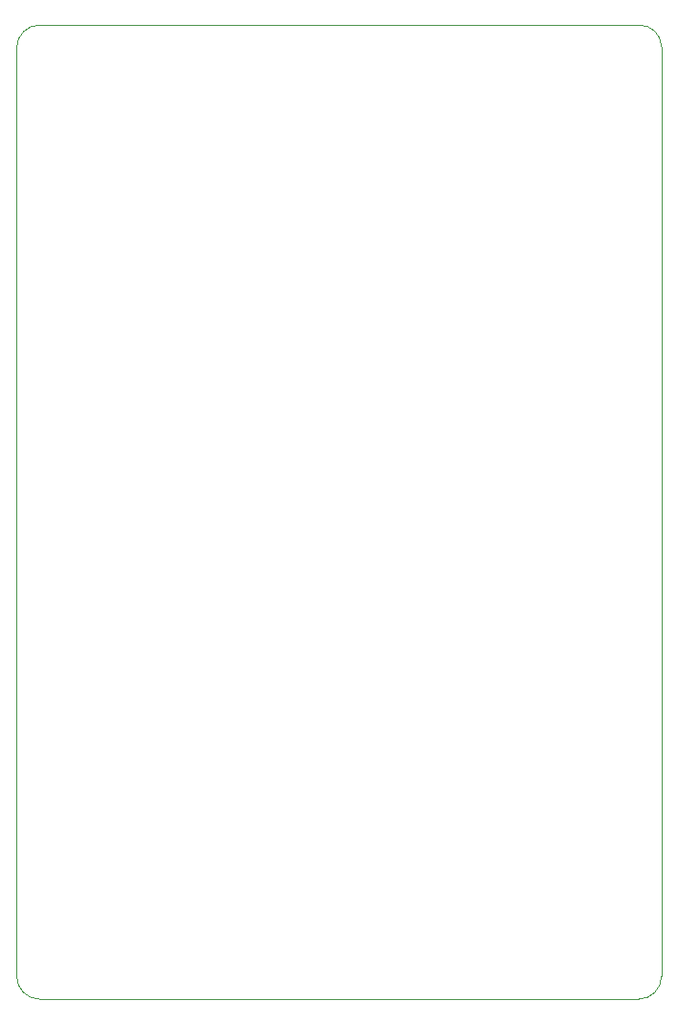
<source format=gbr>
%TF.GenerationSoftware,KiCad,Pcbnew,7.0.7*%
%TF.CreationDate,2024-01-22T02:15:57+01:00*%
%TF.ProjectId,Overdrive,4f766572-6472-4697-9665-2e6b69636164,rev?*%
%TF.SameCoordinates,Original*%
%TF.FileFunction,Profile,NP*%
%FSLAX46Y46*%
G04 Gerber Fmt 4.6, Leading zero omitted, Abs format (unit mm)*
G04 Created by KiCad (PCBNEW 7.0.7) date 2024-01-22 02:15:57*
%MOMM*%
%LPD*%
G01*
G04 APERTURE LIST*
%TA.AperFunction,Profile*%
%ADD10C,0.100000*%
%TD*%
G04 APERTURE END LIST*
D10*
X89000000Y-151500000D02*
G75*
G03*
X91000000Y-153500000I2000000J0D01*
G01*
X144000000Y-153500000D02*
G75*
G03*
X146000000Y-151500000I0J2000000D01*
G01*
X146001921Y-69414214D02*
G75*
G03*
X144000000Y-67500001I-1916121J14D01*
G01*
X89000000Y-151500000D02*
X89000000Y-69500000D01*
X91000000Y-67500000D02*
G75*
G03*
X89000000Y-69500000I0J-2000000D01*
G01*
X91000000Y-67500000D02*
X144000000Y-67500000D01*
X146001921Y-69414214D02*
X146000000Y-151500000D01*
X144000000Y-153500000D02*
X91000000Y-153500000D01*
M02*

</source>
